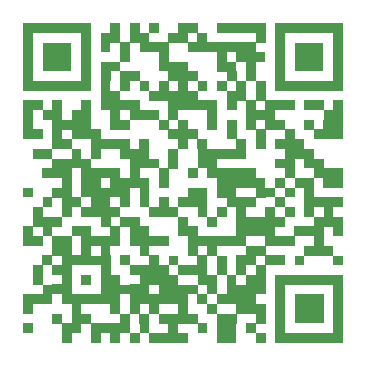
<source format=gbr>
%FSLAX34Y34*%
%MOMM*%
%LNSILK_BOTTOM*%
G71*
G01*
%ADD10R,2.461X2.461*%
%ADD11R,0.821X0.820*%
%ADD12R,0.821X0.820*%
%ADD13R,0.820X0.820*%
%ADD14R,0.820X0.821*%
%ADD15R,0.820X0.821*%
%ADD16R,0.821X0.821*%
%ADD17R,0.821X0.820*%
%ADD18R,0.820X0.820*%
%ADD19R,0.820X0.820*%
%ADD20R,0.821X0.820*%
%LPD*%
G36*
X1712833Y-391641D02*
X1688222Y-391641D01*
X1688222Y-367030D01*
X1712833Y-367030D01*
X1712833Y-391641D01*
G37*
X1487261Y-166070D02*
G54D10*
D03*
X1700527Y-166070D02*
G54D10*
D03*
G36*
X1680436Y-350631D02*
X1680436Y-359244D01*
X1680436Y-399427D01*
X1720634Y-399427D01*
X1720634Y-359244D01*
X1680436Y-359244D01*
X1680436Y-350631D01*
X1720634Y-350631D01*
X1729244Y-350631D01*
X1729244Y-359244D01*
X1729244Y-399427D01*
X1729244Y-408040D01*
X1720634Y-408040D01*
X1680436Y-408040D01*
X1671823Y-408040D01*
X1671823Y-399427D01*
X1671823Y-359244D01*
X1671823Y-350631D01*
X1680436Y-350631D01*
G37*
G36*
X1467170Y-137362D02*
X1507352Y-137362D01*
X1515966Y-137362D01*
X1515966Y-145981D01*
X1507352Y-145981D01*
X1467170Y-145981D01*
X1467170Y-186164D01*
X1507352Y-186164D01*
X1507352Y-145981D01*
X1515966Y-145981D01*
X1515966Y-186164D01*
X1515966Y-194774D01*
X1507352Y-194774D01*
X1467170Y-194774D01*
X1458559Y-194774D01*
X1458559Y-186164D01*
X1458559Y-145981D01*
X1458559Y-137362D01*
X1467170Y-137362D01*
G37*
G36*
X1680436Y-137362D02*
X1720634Y-137362D01*
X1729244Y-137362D01*
X1729244Y-145981D01*
X1720634Y-145981D01*
X1680436Y-145981D01*
X1680436Y-186164D01*
X1720634Y-186164D01*
X1720634Y-145981D01*
X1729244Y-145981D01*
X1729244Y-186164D01*
X1729244Y-194774D01*
X1720634Y-194774D01*
X1680436Y-194774D01*
X1671823Y-194774D01*
X1671823Y-186164D01*
X1671823Y-145981D01*
X1671823Y-137362D01*
X1680436Y-137362D01*
G37*
G36*
X1499568Y-408043D02*
X1491368Y-408043D01*
X1491368Y-399844D01*
X1499568Y-399844D01*
X1499568Y-408043D01*
G37*
X1520073Y-403943D02*
G54D11*
D03*
G36*
X1540578Y-408043D02*
X1532379Y-408043D01*
X1532379Y-399844D01*
X1540578Y-399844D01*
X1540578Y-408043D01*
G37*
X1552885Y-403943D02*
G54D11*
D03*
G36*
X1573390Y-408043D02*
X1565191Y-408043D01*
X1565191Y-399844D01*
X1573390Y-399844D01*
X1573390Y-408043D01*
G37*
G36*
X1581590Y-408043D02*
X1573390Y-408043D01*
X1573390Y-399844D01*
X1581590Y-399844D01*
X1581590Y-408043D01*
G37*
X1585696Y-403943D02*
G54D11*
D03*
G36*
X1598000Y-408043D02*
X1589801Y-408043D01*
X1589801Y-399843D01*
X1598000Y-399843D01*
X1598000Y-408043D01*
G37*
X1626705Y-403943D02*
G54D11*
D03*
G36*
X1639011Y-408043D02*
X1630812Y-408043D01*
X1630812Y-399843D01*
X1639011Y-399843D01*
X1639011Y-408043D01*
G37*
X1659516Y-403943D02*
G54D11*
D03*
G36*
X1466758Y-399844D02*
X1458559Y-399844D01*
X1458559Y-391644D01*
X1466758Y-391644D01*
X1466758Y-399844D01*
G37*
G36*
X1499568Y-399844D02*
X1491368Y-399844D01*
X1491368Y-391644D01*
X1499568Y-391644D01*
X1499568Y-399844D01*
G37*
G36*
X1507766Y-399844D02*
X1499568Y-399844D01*
X1499568Y-391644D01*
X1507766Y-391644D01*
X1507766Y-399844D01*
G37*
X1520073Y-395744D02*
G54D11*
D03*
G36*
X1532380Y-399844D02*
X1524180Y-399844D01*
X1524180Y-391644D01*
X1532380Y-391644D01*
X1532380Y-399844D01*
G37*
G36*
X1540578Y-399844D02*
X1532379Y-399844D01*
X1532379Y-391644D01*
X1540578Y-391644D01*
X1540578Y-399844D01*
G37*
G36*
X1548778Y-399844D02*
X1540578Y-399844D01*
X1540578Y-391644D01*
X1548778Y-391644D01*
X1548778Y-399844D01*
G37*
G36*
X1565191Y-399844D02*
X1556992Y-399844D01*
X1556992Y-391644D01*
X1565191Y-391644D01*
X1565191Y-399844D01*
G37*
X1585696Y-395744D02*
G54D11*
D03*
G36*
X1614401Y-399844D02*
X1606202Y-399844D01*
X1606202Y-391644D01*
X1614401Y-391644D01*
X1614401Y-399844D01*
G37*
X1626705Y-395744D02*
G54D11*
D03*
G36*
X1639011Y-399844D02*
X1630812Y-399844D01*
X1630812Y-391644D01*
X1639011Y-391644D01*
X1639011Y-399844D01*
G37*
G36*
X1655410Y-399844D02*
X1647210Y-399844D01*
X1647210Y-391644D01*
X1655410Y-391644D01*
X1655410Y-399844D01*
G37*
X1487264Y-387542D02*
G54D12*
D03*
X1503667Y-387542D02*
G54D13*
D03*
X1511866Y-387542D02*
G54D13*
D03*
X1544678Y-387542D02*
G54D13*
D03*
X1561091Y-387542D02*
G54D13*
D03*
X1577490Y-387542D02*
G54D13*
D03*
X1585696Y-387542D02*
G54D12*
D03*
X1593901Y-387542D02*
G54D13*
D03*
X1602100Y-387542D02*
G54D13*
D03*
X1626705Y-387542D02*
G54D12*
D03*
X1634912Y-387542D02*
G54D13*
D03*
X1659516Y-387542D02*
G54D12*
D03*
G36*
X1466758Y-383443D02*
X1458559Y-383443D01*
X1458559Y-375244D01*
X1466758Y-375244D01*
X1466758Y-383443D01*
G37*
G36*
X1507767Y-383443D02*
X1499567Y-383443D01*
X1499567Y-375244D01*
X1507767Y-375244D01*
X1507767Y-383443D01*
G37*
G36*
X1540578Y-383443D02*
X1532379Y-383443D01*
X1532379Y-375244D01*
X1540578Y-375244D01*
X1540578Y-383443D01*
G37*
X1552885Y-379344D02*
G54D11*
D03*
G36*
X1573390Y-383443D02*
X1565191Y-383443D01*
X1565191Y-375244D01*
X1573390Y-375244D01*
X1573390Y-383443D01*
G37*
G36*
X1598000Y-383443D02*
X1589801Y-383443D01*
X1589801Y-375244D01*
X1598000Y-375244D01*
X1598000Y-383443D01*
G37*
G36*
X1622600Y-383443D02*
X1614401Y-383443D01*
X1614401Y-375244D01*
X1622600Y-375244D01*
X1622600Y-383443D01*
G37*
G36*
X1647210Y-383443D02*
X1639011Y-383443D01*
X1639011Y-375244D01*
X1647210Y-375244D01*
X1647210Y-383443D01*
G37*
G36*
X1655410Y-383443D02*
X1647210Y-383443D01*
X1647210Y-375244D01*
X1655410Y-375244D01*
X1655410Y-383443D01*
G37*
X1659516Y-379344D02*
G54D11*
D03*
X1462659Y-371136D02*
G54D14*
D03*
X1470858Y-371136D02*
G54D14*
D03*
X1479057Y-371136D02*
G54D14*
D03*
X1495468Y-371136D02*
G54D14*
D03*
X1503667Y-371136D02*
G54D14*
D03*
X1511866Y-371136D02*
G54D14*
D03*
G36*
X1524180Y-375243D02*
X1515966Y-375243D01*
X1515966Y-367030D01*
X1524180Y-367030D01*
X1524180Y-375243D01*
G37*
X1528280Y-371136D02*
G54D14*
D03*
X1536479Y-371136D02*
G54D14*
D03*
G36*
X1556991Y-375243D02*
X1548778Y-375243D01*
X1548778Y-367030D01*
X1556991Y-367030D01*
X1556991Y-375243D01*
G37*
X1561091Y-371136D02*
G54D14*
D03*
X1569290Y-371136D02*
G54D14*
D03*
X1577490Y-371136D02*
G54D14*
D03*
G36*
X1589802Y-375243D02*
X1581590Y-375243D01*
X1581590Y-367030D01*
X1589802Y-367030D01*
X1589802Y-375243D01*
G37*
X1593901Y-371136D02*
G54D14*
D03*
X1610301Y-371136D02*
G54D14*
D03*
G36*
X1630811Y-375243D02*
X1622598Y-375243D01*
X1622598Y-367030D01*
X1630811Y-367030D01*
X1630811Y-375243D01*
G37*
X1634912Y-371136D02*
G54D14*
D03*
X1643111Y-371136D02*
G54D14*
D03*
X1651310Y-371136D02*
G54D14*
D03*
G36*
X1483156Y-367032D02*
X1474958Y-367032D01*
X1474958Y-358833D01*
X1483156Y-358833D01*
X1483156Y-367032D01*
G37*
X1487264Y-362932D02*
G54D11*
D03*
G36*
X1499568Y-367032D02*
X1491368Y-367032D01*
X1491368Y-358833D01*
X1499568Y-358833D01*
X1499568Y-367032D01*
G37*
G36*
X1532380Y-367032D02*
X1524180Y-367032D01*
X1524180Y-358833D01*
X1532380Y-358833D01*
X1532380Y-367032D01*
G37*
G36*
X1540578Y-367032D02*
X1532379Y-367032D01*
X1532379Y-358833D01*
X1540578Y-358833D01*
X1540578Y-367032D01*
G37*
G36*
X1548778Y-367032D02*
X1540578Y-367032D01*
X1540578Y-358833D01*
X1548778Y-358833D01*
X1548778Y-367032D01*
G37*
X1552885Y-362932D02*
G54D11*
D03*
G36*
X1565191Y-367032D02*
X1556992Y-367032D01*
X1556992Y-358833D01*
X1565191Y-358833D01*
X1565191Y-367032D01*
G37*
G36*
X1581590Y-367032D02*
X1573390Y-367032D01*
X1573390Y-358833D01*
X1581590Y-358833D01*
X1581590Y-367032D01*
G37*
X1585696Y-362932D02*
G54D11*
D03*
G36*
X1598000Y-367032D02*
X1589801Y-367032D01*
X1589801Y-358833D01*
X1598000Y-358833D01*
X1598000Y-367032D01*
G37*
G36*
X1606200Y-367032D02*
X1598000Y-367032D01*
X1598000Y-358833D01*
X1606200Y-358833D01*
X1606200Y-367032D01*
G37*
G36*
X1622600Y-367032D02*
X1614401Y-367032D01*
X1614401Y-358833D01*
X1622600Y-358833D01*
X1622600Y-367032D01*
G37*
G36*
X1639011Y-367032D02*
X1630812Y-367032D01*
X1630812Y-358833D01*
X1639011Y-358833D01*
X1639011Y-367032D01*
G37*
G36*
X1647210Y-367032D02*
X1639011Y-367032D01*
X1639011Y-358833D01*
X1647210Y-358833D01*
X1647210Y-367032D01*
G37*
G36*
X1655410Y-367032D02*
X1647210Y-367032D01*
X1647210Y-358833D01*
X1655410Y-358833D01*
X1655410Y-367032D01*
G37*
X1659516Y-362932D02*
G54D11*
D03*
G36*
X1474958Y-358831D02*
X1466758Y-358831D01*
X1466758Y-350631D01*
X1474958Y-350631D01*
X1474958Y-358831D01*
G37*
G36*
X1499568Y-358831D02*
X1491368Y-358831D01*
X1491368Y-350631D01*
X1499568Y-350631D01*
X1499568Y-358831D01*
G37*
G36*
X1515966Y-358831D02*
X1507766Y-358831D01*
X1507766Y-350631D01*
X1515966Y-350631D01*
X1515966Y-358831D01*
G37*
G36*
X1532380Y-358831D02*
X1524180Y-358831D01*
X1524180Y-350631D01*
X1532380Y-350631D01*
X1532380Y-358831D01*
G37*
G36*
X1540578Y-358831D02*
X1532379Y-358831D01*
X1532379Y-350631D01*
X1540578Y-350631D01*
X1540578Y-358831D01*
G37*
G36*
X1565191Y-358831D02*
X1556992Y-358831D01*
X1556992Y-350631D01*
X1565191Y-350631D01*
X1565191Y-358831D01*
G37*
G36*
X1573390Y-358830D02*
X1565191Y-358830D01*
X1565191Y-350631D01*
X1573390Y-350631D01*
X1573390Y-358830D01*
G37*
G36*
X1581590Y-358830D02*
X1573390Y-358830D01*
X1573390Y-350631D01*
X1581590Y-350631D01*
X1581590Y-358830D01*
G37*
X1585696Y-354731D02*
G54D11*
D03*
G36*
X1614401Y-358831D02*
X1606202Y-358831D01*
X1606202Y-350631D01*
X1614401Y-350631D01*
X1614401Y-358831D01*
G37*
G36*
X1622600Y-358831D02*
X1614401Y-358831D01*
X1614401Y-350631D01*
X1622600Y-350631D01*
X1622600Y-358831D01*
G37*
G36*
X1639011Y-358831D02*
X1630812Y-358831D01*
X1630812Y-350631D01*
X1639011Y-350631D01*
X1639011Y-358831D01*
G37*
G36*
X1655410Y-358831D02*
X1647210Y-358831D01*
X1647210Y-350631D01*
X1655410Y-350631D01*
X1655410Y-358831D01*
G37*
X1659516Y-354731D02*
G54D11*
D03*
X1470858Y-346532D02*
G54D13*
D03*
X1487264Y-346532D02*
G54D12*
D03*
X1495468Y-346532D02*
G54D13*
D03*
X1528280Y-346532D02*
G54D13*
D03*
X1552885Y-346532D02*
G54D12*
D03*
X1561091Y-346532D02*
G54D13*
D03*
X1569290Y-346532D02*
G54D13*
D03*
X1577490Y-346532D02*
G54D13*
D03*
X1593901Y-346532D02*
G54D13*
D03*
X1602100Y-346532D02*
G54D13*
D03*
X1610301Y-346532D02*
G54D13*
D03*
X1626705Y-346532D02*
G54D12*
D03*
X1643111Y-346532D02*
G54D13*
D03*
X1659516Y-346532D02*
G54D12*
D03*
X1479057Y-338325D02*
G54D14*
D03*
X1495468Y-338325D02*
G54D14*
D03*
X1503667Y-338325D02*
G54D14*
D03*
X1511866Y-338325D02*
G54D14*
D03*
G36*
X1524180Y-342431D02*
X1515966Y-342431D01*
X1515966Y-334219D01*
X1524180Y-334219D01*
X1524180Y-342431D01*
G37*
X1528280Y-338325D02*
G54D14*
D03*
X1544678Y-338325D02*
G54D14*
D03*
X1569290Y-338325D02*
G54D14*
D03*
G36*
X1589802Y-342431D02*
X1581590Y-342431D01*
X1581590Y-334219D01*
X1589802Y-334219D01*
X1589802Y-342431D01*
G37*
X1610301Y-338325D02*
G54D14*
D03*
G36*
X1630811Y-342431D02*
X1622598Y-342431D01*
X1622598Y-334219D01*
X1630811Y-334219D01*
X1630811Y-342431D01*
G37*
X1643111Y-338325D02*
G54D14*
D03*
X1651310Y-338325D02*
G54D14*
D03*
X1667723Y-338325D02*
G54D14*
D03*
X1675922Y-338325D02*
G54D14*
D03*
G36*
X1696434Y-342431D02*
X1688222Y-342431D01*
X1688222Y-334219D01*
X1696434Y-334219D01*
X1696434Y-342431D01*
G37*
G36*
X1729246Y-342431D02*
X1721034Y-342431D01*
X1721034Y-334219D01*
X1729246Y-334219D01*
X1729246Y-342431D01*
G37*
X1487264Y-330118D02*
G54D11*
D03*
G36*
X1499568Y-334218D02*
X1491368Y-334218D01*
X1491368Y-326018D01*
X1499568Y-326018D01*
X1499568Y-334218D01*
G37*
G36*
X1515966Y-334218D02*
X1507766Y-334218D01*
X1507766Y-326018D01*
X1515966Y-326018D01*
X1515966Y-334218D01*
G37*
G36*
X1532380Y-334218D02*
X1524180Y-334218D01*
X1524180Y-326018D01*
X1532380Y-326018D01*
X1532380Y-334218D01*
G37*
G36*
X1565191Y-334218D02*
X1556992Y-334218D01*
X1556992Y-326018D01*
X1565191Y-326018D01*
X1565191Y-334218D01*
G37*
G36*
X1606200Y-334218D02*
X1598000Y-334218D01*
X1598000Y-326018D01*
X1606200Y-326018D01*
X1606200Y-334218D01*
G37*
G36*
X1622600Y-334218D02*
X1614401Y-334218D01*
X1614401Y-326018D01*
X1622600Y-326018D01*
X1622600Y-334218D01*
G37*
G36*
X1655410Y-334218D02*
X1647210Y-334218D01*
X1647210Y-326018D01*
X1655410Y-326018D01*
X1655410Y-334218D01*
G37*
X1659516Y-330118D02*
G54D11*
D03*
G36*
X1704634Y-334218D02*
X1696435Y-334218D01*
X1696435Y-326018D01*
X1704634Y-326018D01*
X1704634Y-334218D01*
G37*
G36*
X1712834Y-334218D02*
X1704634Y-334218D01*
X1704634Y-326018D01*
X1712834Y-326018D01*
X1712834Y-334218D01*
G37*
G36*
X1721033Y-334218D02*
X1712834Y-334218D01*
X1712834Y-326018D01*
X1721033Y-326018D01*
X1721033Y-334218D01*
G37*
G36*
X1466758Y-326019D02*
X1458559Y-326019D01*
X1458559Y-317819D01*
X1466758Y-317819D01*
X1466758Y-326019D01*
G37*
G36*
X1474958Y-326019D02*
X1466758Y-326019D01*
X1466758Y-317819D01*
X1474958Y-317819D01*
X1474958Y-326019D01*
G37*
X1487264Y-321919D02*
G54D11*
D03*
G36*
X1499568Y-326019D02*
X1491368Y-326019D01*
X1491368Y-317819D01*
X1499568Y-317819D01*
X1499568Y-326019D01*
G37*
G36*
X1515966Y-326019D02*
X1507766Y-326019D01*
X1507766Y-317819D01*
X1515966Y-317819D01*
X1515966Y-326019D01*
G37*
X1520073Y-321919D02*
G54D11*
D03*
G36*
X1532380Y-326019D02*
X1524180Y-326019D01*
X1524180Y-317819D01*
X1532380Y-317819D01*
X1532380Y-326019D01*
G37*
G36*
X1540578Y-326019D02*
X1532379Y-326019D01*
X1532379Y-317819D01*
X1540578Y-317819D01*
X1540578Y-326019D01*
G37*
X1552885Y-321919D02*
G54D11*
D03*
G36*
X1565191Y-326018D02*
X1556992Y-326018D01*
X1556992Y-317819D01*
X1565191Y-317819D01*
X1565191Y-326018D01*
G37*
G36*
X1573390Y-326018D02*
X1565191Y-326018D01*
X1565191Y-317819D01*
X1573390Y-317819D01*
X1573390Y-326018D01*
G37*
G36*
X1581590Y-326018D02*
X1573390Y-326018D01*
X1573390Y-317819D01*
X1581590Y-317819D01*
X1581590Y-326018D01*
G37*
G36*
X1606200Y-326018D02*
X1598000Y-326018D01*
X1598000Y-317819D01*
X1606200Y-317819D01*
X1606200Y-326018D01*
G37*
G36*
X1614401Y-326018D02*
X1606202Y-326018D01*
X1606202Y-317819D01*
X1614401Y-317819D01*
X1614401Y-326018D01*
G37*
G36*
X1622600Y-326019D02*
X1614401Y-326019D01*
X1614401Y-317819D01*
X1622600Y-317819D01*
X1622600Y-326019D01*
G37*
X1626705Y-321919D02*
G54D11*
D03*
G36*
X1639011Y-326019D02*
X1630812Y-326019D01*
X1630812Y-317819D01*
X1639011Y-317819D01*
X1639011Y-326019D01*
G37*
G36*
X1647210Y-326019D02*
X1639011Y-326019D01*
X1639011Y-317819D01*
X1647210Y-317819D01*
X1647210Y-326019D01*
G37*
G36*
X1671823Y-326019D02*
X1663624Y-326019D01*
X1663624Y-317819D01*
X1671823Y-317819D01*
X1671823Y-326019D01*
G37*
G36*
X1680022Y-326018D02*
X1671822Y-326018D01*
X1671822Y-317819D01*
X1680022Y-317819D01*
X1680022Y-326018D01*
G37*
G36*
X1688221Y-326019D02*
X1680022Y-326019D01*
X1680022Y-317819D01*
X1688221Y-317819D01*
X1688221Y-326019D01*
G37*
G36*
X1712834Y-326019D02*
X1704634Y-326019D01*
X1704634Y-317819D01*
X1712834Y-317819D01*
X1712834Y-326019D01*
G37*
G36*
X1466758Y-317822D02*
X1458559Y-317822D01*
X1458559Y-309623D01*
X1466758Y-309623D01*
X1466758Y-317822D01*
G37*
G36*
X1483156Y-317822D02*
X1474958Y-317822D01*
X1474958Y-309623D01*
X1483156Y-309623D01*
X1483156Y-317822D01*
G37*
G36*
X1507766Y-317822D02*
X1499568Y-317822D01*
X1499568Y-309623D01*
X1507766Y-309623D01*
X1507766Y-317822D01*
G37*
G36*
X1515966Y-317822D02*
X1507766Y-317822D01*
X1507766Y-309623D01*
X1515966Y-309623D01*
X1515966Y-317822D01*
G37*
G36*
X1540578Y-317822D02*
X1532379Y-317822D01*
X1532379Y-309623D01*
X1540578Y-309623D01*
X1540578Y-317822D01*
G37*
X1552885Y-313722D02*
G54D11*
D03*
G36*
X1565191Y-317822D02*
X1556992Y-317822D01*
X1556992Y-309623D01*
X1565191Y-309623D01*
X1565191Y-317822D01*
G37*
G36*
X1598000Y-317822D02*
X1589801Y-317822D01*
X1589801Y-309623D01*
X1598000Y-309623D01*
X1598000Y-317822D01*
G37*
G36*
X1606200Y-317822D02*
X1598000Y-317822D01*
X1598000Y-309623D01*
X1606200Y-309623D01*
X1606200Y-317822D01*
G37*
G36*
X1647210Y-317822D02*
X1639011Y-317822D01*
X1639011Y-309623D01*
X1647210Y-309623D01*
X1647210Y-317822D01*
G37*
G36*
X1655410Y-317822D02*
X1647210Y-317822D01*
X1647210Y-309623D01*
X1655410Y-309623D01*
X1655410Y-317822D01*
G37*
X1659516Y-313722D02*
G54D11*
D03*
G36*
X1671823Y-317822D02*
X1663624Y-317822D01*
X1663624Y-309623D01*
X1671823Y-309623D01*
X1671823Y-317822D01*
G37*
X1692328Y-313722D02*
G54D11*
D03*
G36*
X1704634Y-317822D02*
X1696435Y-317822D01*
X1696435Y-309623D01*
X1704634Y-309623D01*
X1704634Y-317822D01*
G37*
G36*
X1712834Y-317822D02*
X1704634Y-317822D01*
X1704634Y-309623D01*
X1712834Y-309623D01*
X1712834Y-317822D01*
G37*
X1725140Y-313722D02*
G54D11*
D03*
X1470858Y-305513D02*
G54D15*
D03*
X1479057Y-305513D02*
G54D15*
D03*
X1487264Y-305513D02*
G54D16*
D03*
X1528280Y-305513D02*
G54D15*
D03*
X1544678Y-305513D02*
G54D15*
D03*
X1552885Y-305513D02*
G54D16*
D03*
X1593901Y-305513D02*
G54D15*
D03*
X1618500Y-305513D02*
G54D15*
D03*
X1643111Y-305513D02*
G54D15*
D03*
X1651310Y-305513D02*
G54D15*
D03*
X1659516Y-305513D02*
G54D16*
D03*
X1667723Y-305513D02*
G54D15*
D03*
X1675922Y-305513D02*
G54D15*
D03*
X1708734Y-305513D02*
G54D15*
D03*
X1716933Y-305513D02*
G54D15*
D03*
X1725140Y-305513D02*
G54D16*
D03*
G36*
X1474958Y-301409D02*
X1466758Y-301409D01*
X1466758Y-293209D01*
X1474958Y-293209D01*
X1474958Y-301409D01*
G37*
G36*
X1499568Y-301409D02*
X1491368Y-301409D01*
X1491368Y-293209D01*
X1499568Y-293209D01*
X1499568Y-301409D01*
G37*
G36*
X1515966Y-301409D02*
X1507766Y-301409D01*
X1507766Y-293209D01*
X1515966Y-293209D01*
X1515966Y-301409D01*
G37*
X1520073Y-297309D02*
G54D11*
D03*
G36*
X1532380Y-301408D02*
X1524180Y-301408D01*
X1524180Y-293209D01*
X1532380Y-293209D01*
X1532380Y-301408D01*
G37*
G36*
X1540578Y-301408D02*
X1532379Y-301408D01*
X1532379Y-293209D01*
X1540578Y-293209D01*
X1540578Y-301408D01*
G37*
G36*
X1573390Y-301408D02*
X1565191Y-301408D01*
X1565191Y-293209D01*
X1573390Y-293209D01*
X1573390Y-301408D01*
G37*
G36*
X1581590Y-301408D02*
X1573390Y-301408D01*
X1573390Y-293209D01*
X1581590Y-293209D01*
X1581590Y-301408D01*
G37*
X1585696Y-297309D02*
G54D11*
D03*
G36*
X1614401Y-301409D02*
X1606202Y-301409D01*
X1606202Y-293209D01*
X1614401Y-293209D01*
X1614401Y-301409D01*
G37*
X1626705Y-297309D02*
G54D11*
D03*
G36*
X1647210Y-301409D02*
X1639011Y-301409D01*
X1639011Y-293209D01*
X1647210Y-293209D01*
X1647210Y-301409D01*
G37*
G36*
X1671823Y-301409D02*
X1663624Y-301409D01*
X1663624Y-293209D01*
X1671823Y-293209D01*
X1671823Y-301409D01*
G37*
G36*
X1688221Y-301409D02*
X1680022Y-301409D01*
X1680022Y-293209D01*
X1688221Y-293209D01*
X1688221Y-301409D01*
G37*
G36*
X1704634Y-301409D02*
X1696435Y-301409D01*
X1696435Y-293209D01*
X1704634Y-293209D01*
X1704634Y-301409D01*
G37*
G36*
X1721033Y-301409D02*
X1712834Y-301409D01*
X1712834Y-293209D01*
X1721033Y-293209D01*
X1721033Y-301409D01*
G37*
G36*
X1483156Y-293210D02*
X1474958Y-293210D01*
X1474958Y-285010D01*
X1483156Y-285010D01*
X1483156Y-293210D01*
G37*
G36*
X1499568Y-285010D02*
X1491368Y-285010D01*
X1491368Y-293210D01*
X1499568Y-293210D01*
X1499568Y-285010D01*
G37*
G36*
X1507766Y-293210D02*
X1499568Y-293210D01*
X1499568Y-285010D01*
X1507766Y-285010D01*
X1507766Y-293210D01*
G37*
X1520073Y-289110D02*
G54D11*
D03*
G36*
X1532380Y-293210D02*
X1524180Y-293210D01*
X1524180Y-285010D01*
X1532380Y-285010D01*
X1532380Y-293210D01*
G37*
G36*
X1548778Y-293210D02*
X1540578Y-293210D01*
X1540578Y-285010D01*
X1548778Y-285010D01*
X1548778Y-293210D01*
G37*
G36*
X1565191Y-293210D02*
X1556992Y-293210D01*
X1556992Y-285010D01*
X1565191Y-285010D01*
X1565191Y-293210D01*
G37*
G36*
X1581590Y-293210D02*
X1573390Y-293210D01*
X1573390Y-285010D01*
X1581590Y-285010D01*
X1581590Y-293210D01*
G37*
G36*
X1598000Y-293210D02*
X1589801Y-293210D01*
X1589801Y-285010D01*
X1598000Y-285010D01*
X1598000Y-293210D01*
G37*
G36*
X1606200Y-293210D02*
X1598000Y-293210D01*
X1598000Y-285010D01*
X1606200Y-285010D01*
X1606200Y-293210D01*
G37*
G36*
X1614401Y-293210D02*
X1606202Y-293210D01*
X1606202Y-285010D01*
X1614401Y-285010D01*
X1614401Y-293210D01*
G37*
G36*
X1639011Y-293210D02*
X1630812Y-293210D01*
X1630812Y-285010D01*
X1639011Y-285010D01*
X1639011Y-293210D01*
G37*
G36*
X1647210Y-293210D02*
X1639011Y-293210D01*
X1639011Y-285010D01*
X1647210Y-285010D01*
X1647210Y-293210D01*
G37*
G36*
X1655410Y-293210D02*
X1647210Y-293210D01*
X1647210Y-285010D01*
X1655410Y-285010D01*
X1655410Y-293210D01*
G37*
G36*
X1680022Y-293210D02*
X1671822Y-293210D01*
X1671822Y-285010D01*
X1680022Y-285010D01*
X1680022Y-293210D01*
G37*
G36*
X1704634Y-293210D02*
X1696435Y-293210D01*
X1696435Y-285010D01*
X1704634Y-285010D01*
X1704634Y-293210D01*
G37*
G36*
X1712834Y-293210D02*
X1704634Y-293210D01*
X1704634Y-285010D01*
X1712834Y-285010D01*
X1712834Y-293210D01*
G37*
G36*
X1721033Y-293210D02*
X1712834Y-293210D01*
X1712834Y-285010D01*
X1721033Y-285010D01*
X1721033Y-293210D01*
G37*
X1725140Y-289110D02*
G54D11*
D03*
G36*
X1466758Y-285008D02*
X1458559Y-285008D01*
X1458559Y-276808D01*
X1466758Y-276808D01*
X1466758Y-285008D01*
G37*
X1487264Y-280908D02*
G54D11*
D03*
G36*
X1499568Y-285008D02*
X1491368Y-285008D01*
X1491368Y-276808D01*
X1499568Y-276808D01*
X1499568Y-285008D01*
G37*
G36*
X1515966Y-285008D02*
X1507766Y-285008D01*
X1507766Y-276808D01*
X1515966Y-276808D01*
X1515966Y-285008D01*
G37*
X1520073Y-280908D02*
G54D11*
D03*
G36*
X1532380Y-285008D02*
X1524180Y-285008D01*
X1524180Y-276808D01*
X1532380Y-276808D01*
X1532380Y-285008D01*
G37*
G36*
X1540578Y-276808D02*
X1532379Y-276808D01*
X1532379Y-285008D01*
X1540578Y-285008D01*
X1540578Y-276808D01*
G37*
G36*
X1548778Y-276808D02*
X1540578Y-276808D01*
X1540578Y-285008D01*
X1548778Y-285008D01*
X1548778Y-276808D01*
G37*
G36*
X1565191Y-285008D02*
X1556992Y-285008D01*
X1556992Y-276808D01*
X1565191Y-276808D01*
X1565191Y-285008D01*
G37*
G36*
X1606200Y-285008D02*
X1598000Y-285008D01*
X1598000Y-276808D01*
X1606200Y-276808D01*
X1606200Y-285008D01*
G37*
G36*
X1614401Y-285008D02*
X1606202Y-285008D01*
X1606202Y-276808D01*
X1614401Y-276808D01*
X1614401Y-285008D01*
G37*
X1626705Y-280908D02*
G54D11*
D03*
G36*
X1639011Y-285008D02*
X1630812Y-285008D01*
X1630812Y-276808D01*
X1639011Y-276808D01*
X1639011Y-285008D01*
G37*
X1659516Y-280908D02*
G54D11*
D03*
G36*
X1671823Y-285008D02*
X1663624Y-285008D01*
X1663624Y-276808D01*
X1671823Y-276808D01*
X1671823Y-285008D01*
G37*
G36*
X1688221Y-285008D02*
X1680022Y-285008D01*
X1680022Y-276808D01*
X1688221Y-276808D01*
X1688221Y-285008D01*
G37*
G36*
X1704634Y-285008D02*
X1696435Y-285008D01*
X1696435Y-276808D01*
X1704634Y-276808D01*
X1704634Y-285008D01*
G37*
X1495468Y-272704D02*
G54D14*
D03*
X1511866Y-272704D02*
G54D14*
D03*
G36*
X1524180Y-276810D02*
X1515966Y-276810D01*
X1515966Y-268598D01*
X1524180Y-268598D01*
X1524180Y-276810D01*
G37*
X1536479Y-272704D02*
G54D14*
D03*
X1544678Y-272704D02*
G54D14*
D03*
G36*
X1556991Y-276810D02*
X1548778Y-276810D01*
X1548778Y-268598D01*
X1556991Y-268598D01*
X1556991Y-276810D01*
G37*
X1561091Y-272704D02*
G54D14*
D03*
X1577490Y-272704D02*
G54D14*
D03*
G36*
X1630811Y-276810D02*
X1622598Y-276810D01*
X1622598Y-268598D01*
X1630811Y-268598D01*
X1630811Y-276810D01*
G37*
X1634912Y-272704D02*
G54D14*
D03*
X1643111Y-272704D02*
G54D14*
D03*
X1651310Y-272704D02*
G54D14*
D03*
G36*
X1663623Y-276810D02*
X1655410Y-276810D01*
X1655410Y-268598D01*
X1663623Y-268598D01*
X1663623Y-276810D01*
G37*
X1675922Y-272704D02*
G54D14*
D03*
G36*
X1696434Y-276810D02*
X1688222Y-276810D01*
X1688222Y-268598D01*
X1696434Y-268598D01*
X1696434Y-276810D01*
G37*
X1700535Y-272704D02*
G54D14*
D03*
X1716933Y-272704D02*
G54D14*
D03*
G36*
X1729246Y-276810D02*
X1721034Y-276810D01*
X1721034Y-268598D01*
X1729246Y-268598D01*
X1729246Y-276810D01*
G37*
X1479057Y-264498D02*
G54D13*
D03*
X1487264Y-264498D02*
G54D12*
D03*
X1495468Y-264498D02*
G54D13*
D03*
X1511866Y-264498D02*
G54D13*
D03*
X1520073Y-264498D02*
G54D12*
D03*
X1528280Y-264498D02*
G54D13*
D03*
X1536479Y-264498D02*
G54D13*
D03*
X1552885Y-264498D02*
G54D12*
D03*
X1577490Y-264498D02*
G54D13*
D03*
X1602100Y-264498D02*
G54D13*
D03*
X1618500Y-264498D02*
G54D13*
D03*
X1626705Y-264498D02*
G54D12*
D03*
X1634912Y-264498D02*
G54D13*
D03*
X1643111Y-264498D02*
G54D13*
D03*
X1651310Y-264498D02*
G54D13*
D03*
X1684121Y-264498D02*
G54D13*
D03*
X1708734Y-264498D02*
G54D13*
D03*
X1716933Y-264498D02*
G54D13*
D03*
X1725140Y-264498D02*
G54D12*
D03*
X1487264Y-256298D02*
G54D11*
D03*
G36*
X1499568Y-260398D02*
X1491368Y-260398D01*
X1491368Y-252198D01*
X1499568Y-252198D01*
X1499568Y-260398D01*
G37*
G36*
X1507766Y-260398D02*
X1499568Y-260398D01*
X1499568Y-252198D01*
X1507766Y-252198D01*
X1507766Y-260398D01*
G37*
G36*
X1515966Y-260398D02*
X1507766Y-260398D01*
X1507766Y-252198D01*
X1515966Y-252198D01*
X1515966Y-260398D01*
G37*
X1552885Y-256298D02*
G54D11*
D03*
G36*
X1565191Y-260398D02*
X1556992Y-260398D01*
X1556992Y-252198D01*
X1565191Y-252198D01*
X1565191Y-260398D01*
G37*
G36*
X1573390Y-260398D02*
X1565191Y-260398D01*
X1565191Y-252198D01*
X1573390Y-252198D01*
X1573390Y-260398D01*
G37*
X1585696Y-256298D02*
G54D11*
D03*
G36*
X1614401Y-260398D02*
X1606202Y-260398D01*
X1606202Y-252198D01*
X1614401Y-252198D01*
X1614401Y-260398D01*
G37*
G36*
X1622600Y-260398D02*
X1614401Y-260398D01*
X1614401Y-252198D01*
X1622600Y-252198D01*
X1622600Y-260398D01*
G37*
G36*
X1680022Y-260398D02*
X1671822Y-260398D01*
X1671822Y-252198D01*
X1680022Y-252198D01*
X1680022Y-260398D01*
G37*
G36*
X1688221Y-260398D02*
X1680022Y-260398D01*
X1680022Y-252198D01*
X1688221Y-252198D01*
X1688221Y-260398D01*
G37*
G36*
X1704634Y-260398D02*
X1696435Y-260398D01*
X1696435Y-252198D01*
X1704634Y-252198D01*
X1704634Y-260398D01*
G37*
G36*
X1712834Y-260398D02*
X1704634Y-260398D01*
X1704634Y-252198D01*
X1712834Y-252198D01*
X1712834Y-260398D01*
G37*
G36*
X1474958Y-252199D02*
X1466758Y-252199D01*
X1466758Y-243999D01*
X1474958Y-243999D01*
X1474958Y-252199D01*
G37*
G36*
X1483157Y-252198D02*
X1474957Y-252198D01*
X1474957Y-243999D01*
X1483157Y-243999D01*
X1483157Y-252198D01*
G37*
G36*
X1507766Y-252199D02*
X1499568Y-252199D01*
X1499568Y-243999D01*
X1507766Y-243999D01*
X1507766Y-252199D01*
G37*
X1520073Y-248099D02*
G54D11*
D03*
G36*
X1548778Y-252199D02*
X1540578Y-252199D01*
X1540578Y-243999D01*
X1548778Y-243999D01*
X1548778Y-252199D01*
G37*
X1552885Y-248099D02*
G54D11*
D03*
G36*
X1565191Y-252199D02*
X1556992Y-252199D01*
X1556992Y-243999D01*
X1565191Y-243999D01*
X1565191Y-252199D01*
G37*
X1585696Y-248099D02*
G54D11*
D03*
G36*
X1614401Y-252199D02*
X1606202Y-252199D01*
X1606202Y-243999D01*
X1614401Y-243999D01*
X1614401Y-252199D01*
G37*
G36*
X1622600Y-252199D02*
X1614401Y-252199D01*
X1614401Y-243999D01*
X1622600Y-243999D01*
X1622600Y-252199D01*
G37*
X1626705Y-248099D02*
G54D11*
D03*
G36*
X1639011Y-252199D02*
X1630812Y-252199D01*
X1630812Y-243999D01*
X1639011Y-243999D01*
X1639011Y-252199D01*
G37*
G36*
X1647210Y-252199D02*
X1639011Y-252199D01*
X1639011Y-243999D01*
X1647210Y-243999D01*
X1647210Y-252199D01*
G37*
G36*
X1688221Y-252199D02*
X1680022Y-252199D01*
X1680022Y-243999D01*
X1688221Y-243999D01*
X1688221Y-252199D01*
G37*
X1692328Y-248099D02*
G54D11*
D03*
G36*
X1704634Y-252199D02*
X1696435Y-252199D01*
X1696435Y-243999D01*
X1704634Y-243999D01*
X1704634Y-252199D01*
G37*
X1487264Y-239900D02*
G54D17*
D03*
X1495468Y-239900D02*
G54D18*
D03*
X1520073Y-239900D02*
G54D17*
D03*
X1528280Y-239900D02*
G54D18*
D03*
X1536479Y-239900D02*
G54D18*
D03*
X1544678Y-239900D02*
G54D18*
D03*
X1561091Y-239900D02*
G54D18*
D03*
X1593901Y-239900D02*
G54D18*
D03*
X1610301Y-239900D02*
G54D18*
D03*
X1643111Y-239900D02*
G54D18*
D03*
X1659516Y-239900D02*
G54D17*
D03*
X1675922Y-239900D02*
G54D18*
D03*
X1684121Y-239900D02*
G54D18*
D03*
X1692328Y-239900D02*
G54D17*
D03*
X1462659Y-231693D02*
G54D15*
D03*
X1470858Y-231693D02*
G54D15*
D03*
X1487264Y-231693D02*
G54D16*
D03*
X1503667Y-231693D02*
G54D15*
D03*
X1511866Y-231693D02*
G54D15*
D03*
X1520073Y-231693D02*
G54D16*
D03*
X1585696Y-231693D02*
G54D16*
D03*
X1593901Y-231693D02*
G54D15*
D03*
X1602100Y-231693D02*
G54D15*
D03*
X1634912Y-231693D02*
G54D15*
D03*
X1659516Y-231693D02*
G54D16*
D03*
X1684121Y-231693D02*
G54D15*
D03*
X1708734Y-231693D02*
G54D15*
D03*
X1716933Y-231693D02*
G54D15*
D03*
X1725140Y-231693D02*
G54D16*
D03*
X1462659Y-223486D02*
G54D13*
D03*
X1487264Y-223486D02*
G54D12*
D03*
X1495468Y-223486D02*
G54D13*
D03*
X1503667Y-223486D02*
G54D13*
D03*
X1511866Y-223486D02*
G54D13*
D03*
X1536479Y-223486D02*
G54D13*
D03*
X1544678Y-223486D02*
G54D13*
D03*
X1577490Y-223486D02*
G54D13*
D03*
X1593901Y-223486D02*
G54D13*
D03*
X1618500Y-223486D02*
G54D13*
D03*
X1634912Y-223486D02*
G54D13*
D03*
X1651310Y-223486D02*
G54D13*
D03*
X1667723Y-223486D02*
G54D13*
D03*
X1675922Y-223486D02*
G54D13*
D03*
X1700535Y-223486D02*
G54D13*
D03*
X1716933Y-223486D02*
G54D13*
D03*
X1725140Y-223486D02*
G54D12*
D03*
G36*
X1466758Y-219384D02*
X1458559Y-219384D01*
X1458559Y-211185D01*
X1466758Y-211185D01*
X1466758Y-219384D01*
G37*
G36*
X1483156Y-219384D02*
X1474958Y-219384D01*
X1474958Y-211185D01*
X1483156Y-211185D01*
X1483156Y-219384D01*
G37*
X1487264Y-215284D02*
G54D11*
D03*
G36*
X1507766Y-219384D02*
X1499568Y-219384D01*
X1499568Y-211185D01*
X1507766Y-211185D01*
X1507766Y-219384D01*
G37*
G36*
X1515966Y-219384D02*
X1507766Y-219384D01*
X1507766Y-211185D01*
X1515966Y-211185D01*
X1515966Y-219384D01*
G37*
G36*
X1540578Y-219384D02*
X1532379Y-219384D01*
X1532379Y-211185D01*
X1540578Y-211185D01*
X1540578Y-219384D01*
G37*
X1552885Y-215284D02*
G54D11*
D03*
G36*
X1565191Y-219384D02*
X1556992Y-219384D01*
X1556992Y-211185D01*
X1565191Y-211185D01*
X1565191Y-219384D01*
G37*
G36*
X1573390Y-219384D02*
X1565191Y-219384D01*
X1565191Y-211185D01*
X1573390Y-211185D01*
X1573390Y-219384D01*
G37*
X1585696Y-215284D02*
G54D11*
D03*
G36*
X1622600Y-219384D02*
X1614401Y-219384D01*
X1614401Y-211185D01*
X1622600Y-211185D01*
X1622600Y-219384D01*
G37*
G36*
X1655410Y-219384D02*
X1647210Y-219384D01*
X1647210Y-211185D01*
X1655410Y-211185D01*
X1655410Y-219384D01*
G37*
X1659516Y-215284D02*
G54D11*
D03*
G36*
X1671823Y-219384D02*
X1663624Y-219384D01*
X1663624Y-211185D01*
X1671823Y-211185D01*
X1671823Y-219384D01*
G37*
G36*
X1721033Y-219384D02*
X1712834Y-219384D01*
X1712834Y-211185D01*
X1721033Y-211185D01*
X1721033Y-219384D01*
G37*
X1725140Y-215284D02*
G54D11*
D03*
X1462659Y-207088D02*
G54D18*
D03*
X1470858Y-207088D02*
G54D18*
D03*
X1487264Y-207088D02*
G54D17*
D03*
X1511866Y-207088D02*
G54D18*
D03*
X1528280Y-207088D02*
G54D18*
D03*
X1536479Y-207088D02*
G54D18*
D03*
X1544678Y-207088D02*
G54D18*
D03*
X1552885Y-207088D02*
G54D17*
D03*
X1585696Y-207088D02*
G54D17*
D03*
X1593901Y-207088D02*
G54D18*
D03*
X1602100Y-207088D02*
G54D18*
D03*
X1610301Y-207088D02*
G54D18*
D03*
X1618500Y-207088D02*
G54D18*
D03*
X1634912Y-207088D02*
G54D18*
D03*
X1651310Y-207088D02*
G54D18*
D03*
X1667723Y-207088D02*
G54D18*
D03*
X1675922Y-207088D02*
G54D18*
D03*
X1684121Y-207088D02*
G54D18*
D03*
X1700535Y-207088D02*
G54D18*
D03*
X1708734Y-207088D02*
G54D18*
D03*
X1725140Y-207088D02*
G54D17*
D03*
X1528280Y-198882D02*
G54D15*
D03*
X1536479Y-198882D02*
G54D15*
D03*
X1569290Y-198882D02*
G54D15*
D03*
X1577490Y-198882D02*
G54D15*
D03*
X1585696Y-198882D02*
G54D16*
D03*
X1593901Y-198882D02*
G54D15*
D03*
X1602100Y-198882D02*
G54D15*
D03*
X1634912Y-198882D02*
G54D15*
D03*
X1643111Y-198882D02*
G54D15*
D03*
X1659516Y-198882D02*
G54D16*
D03*
G36*
X1532380Y-194777D02*
X1524180Y-194777D01*
X1524180Y-186577D01*
X1532380Y-186577D01*
X1532380Y-194777D01*
G37*
G36*
X1548778Y-194777D02*
X1540578Y-194777D01*
X1540578Y-186577D01*
X1548778Y-186577D01*
X1548778Y-194777D01*
G37*
G36*
X1565191Y-194777D02*
X1556992Y-194777D01*
X1556992Y-186577D01*
X1565191Y-186577D01*
X1565191Y-194777D01*
G37*
G36*
X1581590Y-194777D02*
X1573390Y-194777D01*
X1573390Y-186577D01*
X1581590Y-186577D01*
X1581590Y-194777D01*
G37*
G36*
X1598000Y-194777D02*
X1589801Y-194777D01*
X1589801Y-186577D01*
X1598000Y-186577D01*
X1598000Y-194777D01*
G37*
G36*
X1614401Y-194777D02*
X1606202Y-194777D01*
X1606202Y-186577D01*
X1614401Y-186577D01*
X1614401Y-194777D01*
G37*
X1626705Y-190677D02*
G54D11*
D03*
G36*
X1647210Y-194777D02*
X1639011Y-194777D01*
X1639011Y-186577D01*
X1647210Y-186577D01*
X1647210Y-194777D01*
G37*
X1659516Y-190677D02*
G54D11*
D03*
X1528280Y-182476D02*
G54D13*
D03*
X1544678Y-182476D02*
G54D13*
D03*
X1552885Y-182476D02*
G54D12*
D03*
X1585696Y-182476D02*
G54D12*
D03*
X1593901Y-182476D02*
G54D13*
D03*
X1602100Y-182476D02*
G54D13*
D03*
X1634912Y-182476D02*
G54D13*
D03*
X1651310Y-182476D02*
G54D13*
D03*
G36*
X1532380Y-178376D02*
X1524180Y-178376D01*
X1524180Y-170177D01*
X1532380Y-170177D01*
X1532380Y-178376D01*
G37*
G36*
X1540578Y-178376D02*
X1532379Y-178376D01*
X1532379Y-170177D01*
X1540578Y-170177D01*
X1540578Y-178376D01*
G37*
G36*
X1581590Y-178376D02*
X1573390Y-178376D01*
X1573390Y-170177D01*
X1581590Y-170177D01*
X1581590Y-178376D01*
G37*
X1585696Y-174276D02*
G54D11*
D03*
G36*
X1598000Y-178376D02*
X1589801Y-178376D01*
X1589801Y-170177D01*
X1598000Y-170177D01*
X1598000Y-178376D01*
G37*
X1626705Y-174276D02*
G54D11*
D03*
G36*
X1639011Y-178376D02*
X1630812Y-178376D01*
X1630812Y-170177D01*
X1639011Y-170177D01*
X1639011Y-178376D01*
G37*
G36*
X1655410Y-178376D02*
X1647210Y-178376D01*
X1647210Y-170177D01*
X1655410Y-170177D01*
X1655410Y-178376D01*
G37*
X1544678Y-166070D02*
G54D14*
D03*
X1577490Y-166070D02*
G54D14*
D03*
G36*
X1630811Y-170176D02*
X1622598Y-170176D01*
X1622598Y-161963D01*
X1630811Y-161963D01*
X1630811Y-170176D01*
G37*
X1643111Y-166070D02*
G54D14*
D03*
X1651310Y-166070D02*
G54D14*
D03*
G36*
X1663623Y-170176D02*
X1655410Y-170176D01*
X1655410Y-161963D01*
X1663623Y-161963D01*
X1663623Y-170176D01*
G37*
G36*
X1532380Y-161963D02*
X1524180Y-161963D01*
X1524180Y-153763D01*
X1532380Y-153763D01*
X1532380Y-161963D01*
G37*
G36*
X1548778Y-161963D02*
X1540578Y-161963D01*
X1540578Y-153763D01*
X1548778Y-153763D01*
X1548778Y-161963D01*
G37*
G36*
X1565191Y-161963D02*
X1556992Y-161963D01*
X1556992Y-153763D01*
X1565191Y-153763D01*
X1565191Y-161963D01*
G37*
G36*
X1573390Y-161963D02*
X1565191Y-161963D01*
X1565191Y-153763D01*
X1573390Y-153763D01*
X1573390Y-161963D01*
G37*
G36*
X1581590Y-161963D02*
X1573390Y-161963D01*
X1573390Y-153763D01*
X1581590Y-153763D01*
X1581590Y-161963D01*
G37*
G36*
X1606200Y-161963D02*
X1598000Y-161963D01*
X1598000Y-153763D01*
X1606200Y-153763D01*
X1606200Y-161963D01*
G37*
G36*
X1614401Y-161962D02*
X1606202Y-161962D01*
X1606202Y-153764D01*
X1614401Y-153764D01*
X1614401Y-161962D01*
G37*
G36*
X1622600Y-161963D02*
X1614401Y-161963D01*
X1614401Y-153763D01*
X1622600Y-153763D01*
X1622600Y-161963D01*
G37*
X1626705Y-157863D02*
G54D11*
D03*
G36*
X1639011Y-161963D02*
X1630812Y-161963D01*
X1630812Y-153763D01*
X1639011Y-153763D01*
X1639011Y-161963D01*
G37*
G36*
X1647210Y-161963D02*
X1639011Y-161963D01*
X1639011Y-153763D01*
X1647210Y-153763D01*
X1647210Y-161963D01*
G37*
G36*
X1655410Y-161963D02*
X1647210Y-161963D01*
X1647210Y-153763D01*
X1655410Y-153763D01*
X1655410Y-161963D01*
G37*
X1528280Y-149666D02*
G54D18*
D03*
X1536479Y-149666D02*
G54D18*
D03*
X1552885Y-149666D02*
G54D17*
D03*
X1561091Y-149666D02*
G54D18*
D03*
X1585696Y-149666D02*
G54D17*
D03*
X1593901Y-149666D02*
G54D18*
D03*
X1610301Y-149666D02*
G54D18*
D03*
X1659516Y-149666D02*
G54D17*
D03*
X1536479Y-141465D02*
G54D19*
D03*
X1552885Y-141465D02*
G54D20*
D03*
X1569290Y-141465D02*
G54D19*
D03*
X1593901Y-141465D02*
G54D19*
D03*
X1602100Y-141465D02*
G54D19*
D03*
X1626705Y-141465D02*
G54D20*
D03*
X1634912Y-141465D02*
G54D19*
D03*
X1643111Y-141465D02*
G54D19*
D03*
X1651310Y-141465D02*
G54D19*
D03*
X1659516Y-141465D02*
G54D20*
D03*
M02*

</source>
